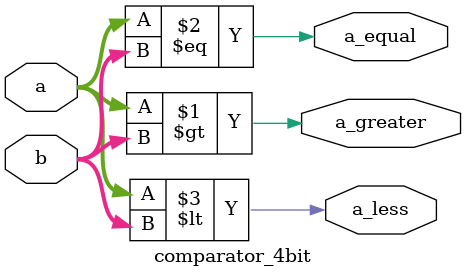
<source format=v>
module comparator_4bit (
    input  [3:0] a,
    input  [3:0] b,
    output a_greater,
    output a_equal,
    output a_less
);
    assign a_greater = (a > b);
    assign a_equal   = (a == b);
    assign a_less    = (a < b);
endmodule

</source>
